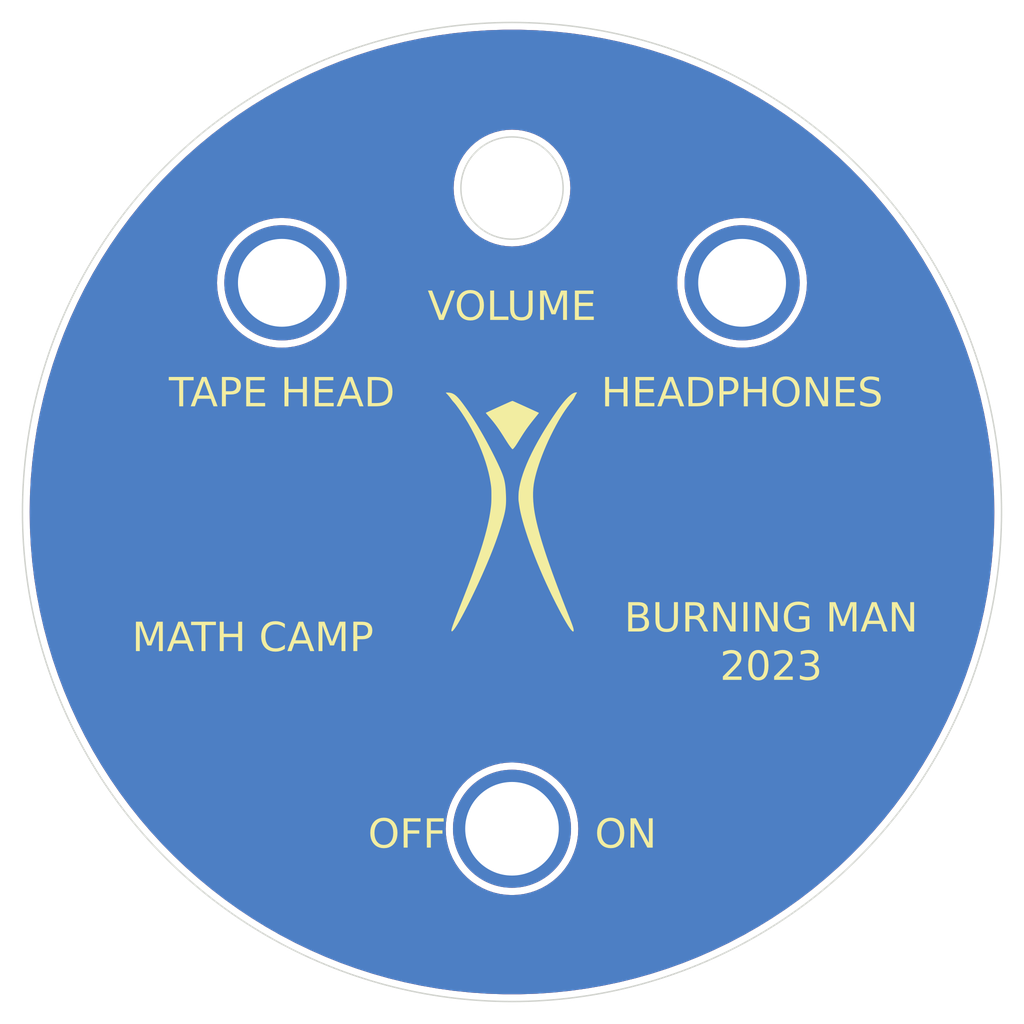
<source format=kicad_pcb>
(kicad_pcb (version 20221018) (generator pcbnew)
  (layers (0 "F.Cu" signal) (31 "B.Cu" signal) (34 "B.Paste" user) (35 "F.Paste" user) (36 "B.SilkS" user "B.Silkscreen") (37 "F.SilkS" user "F.Silkscreen") (38 "B.Mask" user) (39 "F.Mask" user) (44 "Edge.Cuts" user))
  (net 0 "")
  (footprint "AlexCustom:logo" (layer "F.Cu") (at 0 0)
    (fp_text reference "G***" hide)
    (fp_text value "LOGO" hide)
    (fp_poly (pts (xy 0.047506 -7.713024) (xy 0.053931 -7.711038) (xy 0.075766 -7.701944) (xy 0.117245 -7.683839) (xy 0.176289 -7.657668) (xy 0.250818 -7.624375) (xy 0.338752 -7.584907) (xy 0.438013 -7.540209) (xy 0.54652 -7.491226) (xy 0.662195 -7.438903) (xy 0.782957 -7.384185) (xy 0.906727 -7.328019) (xy 1.031425 -7.271349) (xy 1.154974 -7.21512) (xy 1.275291 -7.160278) (xy 1.390299 -7.107769) (xy 1.497918 -7.058537) (xy 1.596068 -7.013527) (xy 1.68267 -6.973686) (xy 1.755644 -6.939958) (xy 1.812911 -6.913289) (xy 1.852391 -6.894623) (xy 1.872006 -6.884907) (xy 1.873823 -6.883738) (xy 1.86631 -6.872729) (xy 1.844948 -6.844855) (xy 1.811705 -6.802596) (xy 1.768549 -6.748431) (xy 1.717447 -6.684841) (xy 1.660367 -6.614305) (xy 1.645802 -6.596379) (xy 1.499557 -6.415202) (xy 1.367594 -6.248643) (xy 1.247246 -6.092964) (xy 1.135842 -5.944426) (xy 1.030714 -5.79929) (xy 0.929192 -5.653818) (xy 0.828606 -5.50427) (xy 0.726288 -5.346908) (xy 0.619568 -5.177993) (xy 0.531067 -5.035022) (xy 0.454508 -4.910947) (xy 0.388958 -4.806024) (xy 0.332776 -4.717853) (xy 0.284319 -4.64404) (xy 0.241948 -4.582184) (xy 0.204019 -4.52989) (xy 0.168893 -4.48476) (xy 0.134926 -4.444395) (xy 0.101235 -4.407206) (xy 0.06936 -4.376013) (xy 0.046592 -4.362588) (xy 0.027394 -4.364452) (xy 0.018014 -4.369916) (xy -0.002288 -4.389017) (xy -0.033789 -4.424732) (xy -0.07341 -4.473168) (xy -0.118074 -4.530431) (xy -0.164701 -4.592627) (xy -0.210215 -4.655864) (xy -0.226296 -4.678948) (xy -0.258812 -4.727161) (xy -0.301557 -4.792136) (xy -0.351627 -4.869372) (xy -0.406124 -4.954372) (xy -0.462144 -5.042635) (xy -0.512302 -5.122479) (xy -0.635962 -5.318828) (xy -0.75001 -5.496256) (xy -0.856687 -5.657837) (xy -0.958235 -5.806646) (xy -1.056898 -5.945758) (xy -1.154918 -6.078248) (xy -1.254538 -6.207191) (xy -1.357999 -6.335661) (xy -1.467545 -6.466732) (xy -1.585419 -6.603481) (xy -1.627324 -6.651285) (xy -1.682467 -6.714296) (xy -1.731645 -6.771144) (xy -1.772579 -6.819142) (xy -1.80299 -6.8556) (xy -1.8206 -6.877831) (xy -1.824102 -6.883404) (xy -1.812998 -6.889753) (xy -1.780815 -6.905599) (xy -1.729251 -6.930156) (xy -1.660002 -6.962639) (xy -1.574765 -7.002263) (xy -1.475237 -7.048243) (xy -1.363113 -7.099794) (xy -1.240091 -7.15613) (xy -1.107868 -7.216468) (xy -0.968139 -7.280022) (xy -0.904635 -7.308839) (xy -0.738251 -7.384262) (xy -0.593087 -7.449969) (xy -0.467622 -7.506599) (xy -0.360334 -7.55479) (xy -0.269703 -7.595181) (xy -0.194205 -7.628411) (xy -0.132321 -7.655117) (xy -0.082528 -7.675937) (xy -0.043306 -7.691511) (xy -0.013132 -7.702477) (xy 0.009515 -7.709473) (xy 0.026156 -7.713137) (xy 0.038312 -7.714108)) (fill solid) (layer "F.SilkS"))
    (fp_poly (pts (xy 4.524463 -8.302165) (xy 4.471755 -8.220955) (xy 4.446148 -8.17855) (xy 4.413817 -8.120673) (xy 4.378642 -8.054479) (xy 4.344502 -7.987123) (xy 4.339692 -7.977324) (xy 4.280574 -7.86558) (xy 4.221341 -7.771406) (xy 4.183653 -7.7212) (xy 4.012234 -7.505605) (xy 3.847215 -7.285174) (xy 3.686927 -7.057276) (xy 3.529704 -6.819276) (xy 3.373877 -6.56854) (xy 3.21778 -6.302434) (xy 3.059745 -6.018325) (xy 2.898103 -5.713578) (xy 2.83497 -5.590999) (xy 2.67326 -5.266156) (xy 2.518509 -4.938387) (xy 2.371456 -4.609743) (xy 2.232842 -4.282275) (xy 2.103406 -3.958035) (xy 1.98389 -3.639074) (xy 1.875033 -3.327442) (xy 1.777575 -3.025191) (xy 1.692257 -2.734373) (xy 1.619818 -2.457038) (xy 1.560999 -2.195238) (xy 1.516539 -1.951023) (xy 1.512766 -1.926691) (xy 1.480238 -1.651199) (xy 1.46378 -1.358474) (xy 1.463365 -1.050396) (xy 1.478966 -0.728845) (xy 1.510555 -0.3957) (xy 1.537691 -0.187408) (xy 1.572798 0.036424) (xy 1.615675 0.271992) (xy 1.666502 0.519854) (xy 1.72546 0.780567) (xy 1.79273 1.054685) (xy 1.868493 1.342768) (xy 1.95293 1.64537) (xy 2.046221 1.963049) (xy 2.148548 2.296361) (xy 2.260092 2.645863) (xy 2.381033 3.012112) (xy 2.511553 3.395664) (xy 2.651831 3.797076) (xy 2.80205 4.216905) (xy 2.96239 4.655707) (xy 3.133032 5.114039) (xy 3.314157 5.592457) (xy 3.505945 6.091519) (xy 3.708579 6.61178) (xy 3.922237 7.153798) (xy 3.929244 7.17147) (xy 3.998528 7.346899) (xy 4.058715 7.500962) (xy 4.110363 7.635342) (xy 4.15403 7.751719) (xy 4.190272 7.851777) (xy 4.219648 7.937196) (xy 4.242716 8.009658) (xy 4.260033 8.070845) (xy 4.272157 8.122439) (xy 4.279645 8.166121) (xy 4.283056 8.203574) (xy 4.282948 8.236478) (xy 4.282874 8.237788) (xy 4.276813 8.281796) (xy 4.263272 8.302908) (xy 4.239443 8.302779) (xy 4.204152 8.284121) (xy 4.15917 8.246783) (xy 4.104685 8.18691) (xy 4.040971 8.104963) (xy 3.968302 8.001403) (xy 3.886952 7.876689) (xy 3.797198 7.731282) (xy 3.699312 7.565643) (xy 3.59357 7.380231) (xy 3.480246 7.175508) (xy 3.359615 6.951933) (xy 3.231951 6.709968) (xy 3.09753 6.450072) (xy 3.022591 6.303148) (xy 2.792583 5.842015) (xy 2.568667 5.376991) (xy 2.351578 4.909941) (xy 2.142052 4.442729) (xy 1.940824 3.977222) (xy 1.74863 3.515282) (xy 1.566203 3.058777) (xy 1.394281 2.609569) (xy 1.233596 2.169524) (xy 1.084886 1.740507) (xy 0.948885 1.324383) (xy 0.826329 0.923017) (xy 0.717952 0.538272) (xy 0.656042 0.300311) (xy 0.619779 0.151799) (xy 0.5879 0.011574) (xy 0.559405 -0.125759) (xy 0.533295 -0.265596) (xy 0.508571 -0.413333) (xy 0.484235 -0.574367) (xy 0.459287 -0.754094) (xy 0.4553 -0.783978) (xy 0.451201 -0.833381) (xy 0.448886 -0.902241) (xy 0.448249 -0.985098) (xy 0.449184 -1.076491) (xy 0.451584 -1.170962) (xy 0.455342 -1.26305) (xy 0.460354 -1.347296) (xy 0.466511 -1.41824) (xy 0.467893 -1.430546) (xy 0.510672 -1.714887) (xy 0.573629 -2.013751) (xy 0.65671 -2.326998) (xy 0.759857 -2.654493) (xy 0.883015 -2.996098) (xy 1.026127 -3.351674) (xy 1.189137 -3.721085) (xy 1.371988 -4.104193) (xy 1.574624 -4.50086) (xy 1.796989 -4.910949) (xy 2.039026 -5.334323) (xy 2.127891 -5.484801) (xy 2.239235 -5.66909) (xy 2.360003 -5.863986) (xy 2.487676 -6.065675) (xy 2.619734 -6.270339) (xy 2.753659 -6.474163) (xy 2.886931 -6.673331) (xy 3.017031 -6.864025) (xy 3.14144 -7.042431) (xy 3.257639 -7.204732) (xy 3.313785 -7.281232) (xy 3.471258 -7.488006) (xy 3.619868 -7.671452) (xy 3.759644 -7.831595) (xy 3.890615 -7.96846) (xy 4.012807 -8.082072) (xy 4.12625 -8.172456) (xy 4.230971 -8.239637) (xy 4.326998 -8.283641) (xy 4.414359 -8.304492) (xy 4.462999 -8.305877)) (fill solid) (layer "F.SilkS"))
    (fp_poly (pts (xy -4.44891 -8.293483) (xy -4.444688 -8.293345) (xy -4.319379 -8.283072) (xy -4.210138 -8.260082) (xy -4.110503 -8.222467) (xy -4.014012 -8.168317) (xy -4.007839 -8.164274) (xy -3.951149 -8.124564) (xy -3.894919 -8.080107) (xy -3.837714 -8.029247) (xy -3.778103 -7.970326) (xy -3.714652 -7.901688) (xy -3.645929 -7.821676) (xy -3.570501 -7.728633) (xy -3.486936 -7.620902) (xy -3.393799 -7.496826) (xy -3.289659 -7.354748) (xy -3.197952 -7.227693) (xy -3.009156 -6.95781) (xy -2.814641 -6.666473) (xy -2.615834 -6.356172) (xy -2.414162 -6.029397) (xy -2.21105 -5.688637) (xy -2.007926 -5.336385) (xy -1.806216 -4.975128) (xy -1.607348 -4.607358) (xy -1.412747 -4.235565) (xy -1.22384 -3.862238) (xy -1.042053 -3.489868) (xy -0.971822 -3.342106) (xy -0.879136 -3.14298) (xy -0.798017 -2.962351) (xy -0.727608 -2.797036) (xy -0.667051 -2.643854) (xy -0.615488 -2.499622) (xy -0.572062 -2.361157) (xy -0.535915 -2.225276) (xy -0.506188 -2.088798) (xy -0.482024 -1.94854) (xy -0.462566 -1.80132) (xy -0.446956 -1.643954) (xy -0.434335 -1.473262) (xy -0.425265 -1.314293) (xy -0.416867 -1.123655) (xy -0.412295 -0.947292) (xy -0.412 -0.782171) (xy -0.416431 -0.625256) (xy -0.426038 -0.473515) (xy -0.441271 -0.323913) (xy -0.462581 -0.173416) (xy -0.490416 -0.018989) (xy -0.525228 0.142401) (xy -0.567465 0.313788) (xy -0.617578 0.498206) (xy -0.676016 0.69869) (xy -0.74323 0.918274) (xy -0.768061 0.997503) (xy -0.861044 1.287486) (xy -0.955652 1.571719) (xy -1.053 1.853116) (xy -1.154203 2.134588) (xy -1.260378 2.419049) (xy -1.37264 2.70941) (xy -1.492106 3.008585) (xy -1.61989 3.319485) (xy -1.757109 3.645024) (xy -1.904878 3.988113) (xy -1.977393 4.154205) (xy -2.099776 4.430651) (xy -2.226487 4.711607) (xy -2.356491 4.994971) (xy -2.488749 5.278638) (xy -2.622227 5.560506) (xy -2.755887 5.838473) (xy -2.888694 6.110436) (xy -3.01961 6.374291) (xy -3.1476 6.627936) (xy -3.271627 6.869268) (xy -3.390654 7.096184) (xy -3.503645 7.306581) (xy -3.609564 7.498356) (xy -3.707375 7.669407) (xy -3.723086 7.696212) (xy -3.785647 7.800006) (xy -3.848958 7.900386) (xy -3.910844 7.994203) (xy -3.969131 8.078312) (xy -4.021646 8.149564) (xy -4.066214 8.204812) (xy -4.09699 8.237556) (xy -4.133996 8.271142) (xy -4.158313 8.289176) (xy -4.174864 8.293825) (xy -4.188576 8.287261) (xy -4.195435 8.280924) (xy -4.206687 8.259783) (xy -4.209315 8.225811) (xy -4.202951 8.176869) (xy -4.187229 8.110815) (xy -4.161781 8.025508) (xy -4.140418 7.960407) (xy -4.109035 7.868595) (xy -4.074212 7.769532) (xy -4.035372 7.661699) (xy -3.991936 7.543574) (xy -3.943326 7.41364) (xy -3.888965 7.270376) (xy -3.828273 7.112263) (xy -3.760672 6.937781) (xy -3.685585 6.74541) (xy -3.602433 6.533632) (xy -3.510638 6.300926) (xy -3.46704 6.190703) (xy -3.263832 5.673011) (xy -3.072496 5.176568) (xy -2.892832 4.700743) (xy -2.724644 4.244904) (xy -2.567733 3.808422) (xy -2.4219 3.390666) (xy -2.286946 2.991004) (xy -2.162675 2.608807) (xy -2.048887 2.243443) (xy -1.945385 1.894282) (xy -1.851969 1.560693) (xy -1.768442 1.242045) (xy -1.694605 0.937708) (xy -1.63026 0.64705) (xy -1.575208 0.369442) (xy -1.529252 0.104252) (xy -1.506629 -0.044522) (xy -1.48733 -0.180957) (xy -1.471579 -0.299167) (xy -1.459022 -0.404196) (xy -1.449303 -0.501084) (xy -1.442069 -0.594876) (xy -1.436966 -0.690611) (xy -1.433639 -0.793334) (xy -1.431735 -0.908087) (xy -1.430898 -1.039911) (xy -1.430763 -1.124447) (xy -1.430902 -1.258802) (xy -1.431636 -1.372477) (xy -1.433236 -1.469778) (xy -1.435976 -1.55501) (xy -1.440126 -1.63248) (xy -1.445959 -1.706492) (xy -1.453746 -1.781352) (xy -1.463761 -1.861366) (xy -1.476274 -1.95084) (xy -1.487986 -2.030251) (xy -1.549084 -2.37976) (xy -1.629315 -2.741746) (xy -1.727683 -3.113882) (xy -1.843193 -3.493835) (xy -1.974852 -3.879276) (xy -2.121664 -4.267874) (xy -2.282635 -4.657301) (xy -2.45677 -5.045224) (xy -2.643074 -5.429315) (xy -2.840553 -5.807243) (xy -3.048212 -6.176677) (xy -3.265056 -6.535288) (xy -3.490091 -6.880746) (xy -3.666649 -7.133989) (xy -3.748823 -7.247663) (xy -3.819113 -7.343304) (xy -3.879609 -7.423595) (xy -3.932402 -7.491221) (xy -3.979581 -7.548862) (xy -4.023235 -7.599204) (xy -4.060769 -7.63999) (xy -4.106965 -7.692087) (xy -4.157597 -7.754301) (xy -4.203791 -7.815601) (xy -4.216479 -7.833645) (xy -4.306331 -7.956428) (xy -4.403456 -8.075015) (xy -4.500683 -8.180759) (xy -4.521764 -8.201823) (xy -4.556312 -8.23695) (xy -4.582644 -8.266037) (xy -4.596568 -8.284363) (xy -4.597737 -8.287441) (xy -4.586053 -8.291272) (xy -4.554177 -8.293678) (xy -4.506874 -8.294477)) (fill solid) (layer "F.SilkS"))
  )
  (footprint "MountingHole:MountingHole_3.2mm_M3_Pad" (layer "F.Cu") (at 0 22)
    (fp_text reference "H3" hide)
    (fp_text value "MountingHole_Pad" hide)
    (pad "1" thru_hole circle (at 0 0) (size 8.2 8.2) (drill 6.5) (layers "*.Cu" "*.Mask"))
  )
  (footprint "MountingHole:MountingHole_3.2mm_M3_Pad" (layer "F.Cu") (at -15.982 -15.918)
    (fp_text reference "H1" hide)
    (fp_text value "MountingHole_Pad" hide)
    (pad "1" thru_hole circle (at 0 0) (size 8 8) (drill 6.1) (layers "*.Cu" "*.Mask"))
  )
  (footprint "MountingHole:MountingHole_3.2mm_M3_Pad" (layer "F.Cu") (at 15.982 -15.918)
    (fp_text reference "H2" hide)
    (fp_text value "MountingHole_Pad" hide)
    (pad "1" thru_hole circle (at 0 0) (size 8 8) (drill 6.1) (layers "*.Cu" "*.Mask"))
  )
  (gr_circle (center 0 -22.5) (end 3.55 -22.5) (stroke (width 0.1)) (fill none) (layer "Edge.Cuts"))
  (gr_circle (center 0 0) (end 34 0) (stroke (width 0.1)) (fill none) (layer "Edge.Cuts"))
  (gr_text "MATH CAMP" (at -18 10) (layer "F.SilkS") (effects (font (size 2 2)) (justify bottom)))
  (gr_text "OFF" (at -10 23.65) (layer "F.SilkS") (effects (font (size 2 2)) (justify left bottom)))
  (gr_text "TAPE HEAD" (at -15.982 -7) (layer "F.SilkS") (effects (font (size 2 2)) (justify bottom)))
  (gr_text "VOLUME" (at 0 -13) (layer "F.SilkS") (effects (font (size 2 2)) (justify bottom)))
  (gr_text "HEADPHONES" (at 15.982 -7) (layer "F.SilkS") (effects (font (size 2 2)) (justify bottom)))
  (gr_text "ON" (at 7.9 23.65) (layer "F.SilkS") (effects (font (size 2 2)) (justify bottom)))
  (gr_text "BURNING MAN\n2023" (at 18 12) (layer "F.SilkS") (effects (font (size 2 2)) (justify bottom)))
  (zone (net 0) (net_name "") (layers "F&B.Cu") (connect_pads (clearance 0.5)) (min_thickness 0.25) (fill yes (thermal_gap 0.5) (thermal_bridge_width 0.5) (island_removal_mode 1) (island_area_min 10))
    (polygon (pts (xy -35.56 -35.56) (xy -35.56 35.56) (xy 35.56 35.56) (xy 35.56 -35.56) (xy -35.56 -35.56)))
  )
)
</source>
